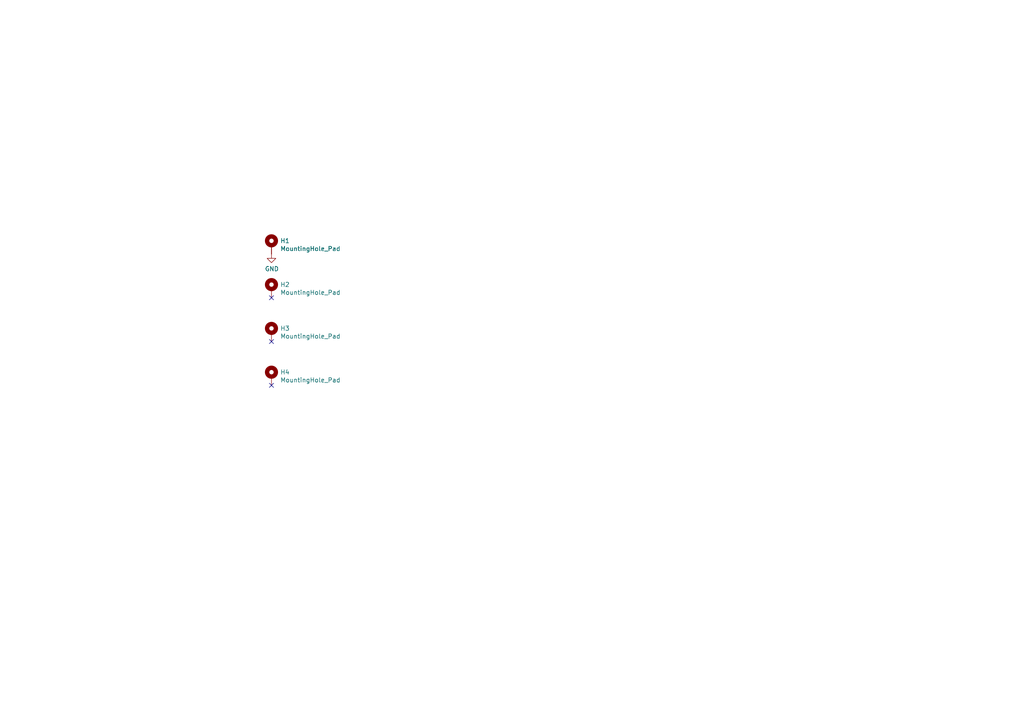
<source format=kicad_sch>
(kicad_sch (version 20210126) (generator eeschema)
  (paper "A4")
  (lib_symbols
    (symbol "Mechanical:MountingHole_Pad" (pin_numbers hide) (pin_names (offset 1.016) hide)
      (property "Reference" "H" (at 0 6.35 0))
      (property "Value" "MountingHole_Pad" (at 0 4.445 0))
      (symbol "MountingHole_Pad_0_1"
        (circle (center 0 1.27) (radius 1.27) (stroke (width 1.27)))
      )
      (symbol "MountingHole_Pad_1_1"
        (pin input line (at 0 -2.54 90) (length 2.54) (name "1") (number "1"))
      )
    )
    (symbol "power:GND" (power) (pin_names (offset 0))
      (property "Value" "GND" (at 0 -3.81 0))
      (symbol "GND_0_1"
        (polyline (pts (xy 0 0) (xy 0 -1.27) (xy 1.27 -1.27) (xy 0 -2.54) (xy -1.27 -1.27) (xy 0 -1.27)))
      )
      (symbol "GND_1_1"
        (pin power_in line (at 0 0 270) (length 0) hide (name "GND") (number "1"))
      )
    )
  )
  (no_connect (at 78.74 86.36))
  (no_connect (at 78.74 99.06))
  (no_connect (at 78.74 111.76))
  (symbol (lib_id "power:GND") (at 78.74 73.66 0) (unit 1)
    (property "Reference" "#PWR0126" (effects hide))
    (property "Value" "GND" (at 78.8543 77.9844 0))
  )
  (symbol (lib_id "Mechanical:MountingHole_Pad") (at 78.74 71.12 0) (unit 1)
    (property "Reference" "H1" (at 81.2801 69.8436 0) (effects (justify left)))
    (property "Value" "MountingHole_Pad" (at 81.2801 72.1423 0) (effects (justify left)))
    (property "Footprint" "MountingHole:MountingHole_3mm_Pad_Via" (effects hide))
  )
  (symbol (lib_id "Mechanical:MountingHole_Pad") (at 78.74 83.82 0) (unit 1)
    (property "Reference" "H2" (at 81.2801 82.5436 0) (effects (justify left)))
    (property "Value" "MountingHole_Pad" (at 81.2801 84.8423 0) (effects (justify left)))
    (property "Footprint" "MountingHole:MountingHole_3mm_Pad_Via" (effects hide))
  )
  (symbol (lib_id "Mechanical:MountingHole_Pad") (at 78.74 96.52 0) (unit 1)
    (property "Reference" "H3" (at 81.2801 95.2436 0) (effects (justify left)))
    (property "Value" "MountingHole_Pad" (at 81.2801 97.5423 0) (effects (justify left)))
    (property "Footprint" "MountingHole:MountingHole_3mm_Pad_Via" (effects hide))
  )
  (symbol (lib_id "Mechanical:MountingHole_Pad") (at 78.74 109.22 0) (unit 1)
    (property "Reference" "H4" (at 81.2801 107.9436 0) (effects (justify left)))
    (property "Value" "MountingHole_Pad" (at 81.2801 110.2423 0) (effects (justify left)))
    (property "Footprint" "MountingHole:MountingHole_3mm_Pad_Via" (effects hide))
  )
)
</source>
